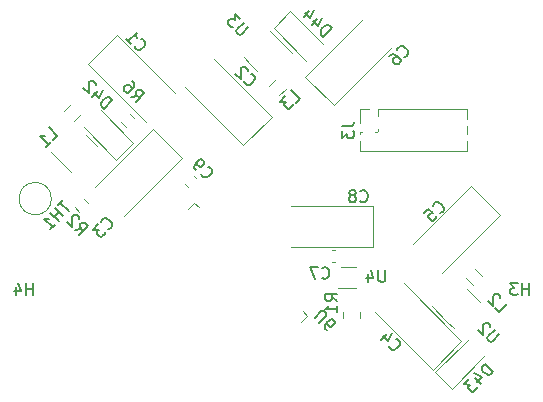
<source format=gbr>
%TF.GenerationSoftware,KiCad,Pcbnew,8.0.5*%
%TF.CreationDate,2025-04-26T14:00:33+02:00*%
%TF.ProjectId,vlvts,766c7674-732e-46b6-9963-61645f706362,rev?*%
%TF.SameCoordinates,Original*%
%TF.FileFunction,Legend,Bot*%
%TF.FilePolarity,Positive*%
%FSLAX46Y46*%
G04 Gerber Fmt 4.6, Leading zero omitted, Abs format (unit mm)*
G04 Created by KiCad (PCBNEW 8.0.5) date 2025-04-26 14:00:33*
%MOMM*%
%LPD*%
G01*
G04 APERTURE LIST*
%ADD10C,0.150000*%
%ADD11C,0.120000*%
G04 APERTURE END LIST*
D10*
X76639178Y-85847932D02*
X76639178Y-85915276D01*
X76639178Y-85915276D02*
X76706522Y-86049963D01*
X76706522Y-86049963D02*
X76773865Y-86117306D01*
X76773865Y-86117306D02*
X76908552Y-86184650D01*
X76908552Y-86184650D02*
X77043239Y-86184650D01*
X77043239Y-86184650D02*
X77144254Y-86150978D01*
X77144254Y-86150978D02*
X77312613Y-86049963D01*
X77312613Y-86049963D02*
X77413628Y-85948948D01*
X77413628Y-85948948D02*
X77514644Y-85780589D01*
X77514644Y-85780589D02*
X77548315Y-85679574D01*
X77548315Y-85679574D02*
X77548315Y-85544887D01*
X77548315Y-85544887D02*
X77480972Y-85410200D01*
X77480972Y-85410200D02*
X77413628Y-85342856D01*
X77413628Y-85342856D02*
X77278941Y-85275513D01*
X77278941Y-85275513D02*
X77211598Y-85275513D01*
X76942224Y-85006139D02*
X76942224Y-84938795D01*
X76942224Y-84938795D02*
X76908552Y-84837780D01*
X76908552Y-84837780D02*
X76740193Y-84669421D01*
X76740193Y-84669421D02*
X76639178Y-84635749D01*
X76639178Y-84635749D02*
X76571835Y-84635749D01*
X76571835Y-84635749D02*
X76470819Y-84669421D01*
X76470819Y-84669421D02*
X76403476Y-84736765D01*
X76403476Y-84736765D02*
X76336132Y-84871452D01*
X76336132Y-84871452D02*
X76336132Y-85679574D01*
X76336132Y-85679574D02*
X75898400Y-85241841D01*
X61273635Y-95955361D02*
X60869574Y-96359422D01*
X61778712Y-96864499D02*
X61071605Y-96157392D01*
X61340979Y-97302232D02*
X60633872Y-96595125D01*
X60970589Y-96931842D02*
X60566528Y-97335903D01*
X60936918Y-97706293D02*
X60229811Y-96999186D01*
X60229811Y-98413399D02*
X60633872Y-98009338D01*
X60431841Y-98211369D02*
X59724735Y-97504262D01*
X59724735Y-97504262D02*
X59893093Y-97537934D01*
X59893093Y-97537934D02*
X60027780Y-97537934D01*
X60027780Y-97537934D02*
X60128796Y-97504262D01*
X84934819Y-89676666D02*
X85649104Y-89676666D01*
X85649104Y-89676666D02*
X85791961Y-89629047D01*
X85791961Y-89629047D02*
X85887200Y-89533809D01*
X85887200Y-89533809D02*
X85934819Y-89390952D01*
X85934819Y-89390952D02*
X85934819Y-89295714D01*
X84934819Y-90057619D02*
X84934819Y-90676666D01*
X84934819Y-90676666D02*
X85315771Y-90343333D01*
X85315771Y-90343333D02*
X85315771Y-90486190D01*
X85315771Y-90486190D02*
X85363390Y-90581428D01*
X85363390Y-90581428D02*
X85411009Y-90629047D01*
X85411009Y-90629047D02*
X85506247Y-90676666D01*
X85506247Y-90676666D02*
X85744342Y-90676666D01*
X85744342Y-90676666D02*
X85839580Y-90629047D01*
X85839580Y-90629047D02*
X85887200Y-90581428D01*
X85887200Y-90581428D02*
X85934819Y-90486190D01*
X85934819Y-90486190D02*
X85934819Y-90200476D01*
X85934819Y-90200476D02*
X85887200Y-90105238D01*
X85887200Y-90105238D02*
X85839580Y-90057619D01*
X86487844Y-96006026D02*
X86535463Y-96053646D01*
X86535463Y-96053646D02*
X86678320Y-96101265D01*
X86678320Y-96101265D02*
X86773558Y-96101265D01*
X86773558Y-96101265D02*
X86916415Y-96053646D01*
X86916415Y-96053646D02*
X87011653Y-95958407D01*
X87011653Y-95958407D02*
X87059272Y-95863169D01*
X87059272Y-95863169D02*
X87106891Y-95672693D01*
X87106891Y-95672693D02*
X87106891Y-95529836D01*
X87106891Y-95529836D02*
X87059272Y-95339360D01*
X87059272Y-95339360D02*
X87011653Y-95244122D01*
X87011653Y-95244122D02*
X86916415Y-95148884D01*
X86916415Y-95148884D02*
X86773558Y-95101265D01*
X86773558Y-95101265D02*
X86678320Y-95101265D01*
X86678320Y-95101265D02*
X86535463Y-95148884D01*
X86535463Y-95148884D02*
X86487844Y-95196503D01*
X85916415Y-95529836D02*
X86011653Y-95482217D01*
X86011653Y-95482217D02*
X86059272Y-95434598D01*
X86059272Y-95434598D02*
X86106891Y-95339360D01*
X86106891Y-95339360D02*
X86106891Y-95291741D01*
X86106891Y-95291741D02*
X86059272Y-95196503D01*
X86059272Y-95196503D02*
X86011653Y-95148884D01*
X86011653Y-95148884D02*
X85916415Y-95101265D01*
X85916415Y-95101265D02*
X85725939Y-95101265D01*
X85725939Y-95101265D02*
X85630701Y-95148884D01*
X85630701Y-95148884D02*
X85583082Y-95196503D01*
X85583082Y-95196503D02*
X85535463Y-95291741D01*
X85535463Y-95291741D02*
X85535463Y-95339360D01*
X85535463Y-95339360D02*
X85583082Y-95434598D01*
X85583082Y-95434598D02*
X85630701Y-95482217D01*
X85630701Y-95482217D02*
X85725939Y-95529836D01*
X85725939Y-95529836D02*
X85916415Y-95529836D01*
X85916415Y-95529836D02*
X86011653Y-95577455D01*
X86011653Y-95577455D02*
X86059272Y-95625074D01*
X86059272Y-95625074D02*
X86106891Y-95720312D01*
X86106891Y-95720312D02*
X86106891Y-95910788D01*
X86106891Y-95910788D02*
X86059272Y-96006026D01*
X86059272Y-96006026D02*
X86011653Y-96053646D01*
X86011653Y-96053646D02*
X85916415Y-96101265D01*
X85916415Y-96101265D02*
X85725939Y-96101265D01*
X85725939Y-96101265D02*
X85630701Y-96053646D01*
X85630701Y-96053646D02*
X85583082Y-96006026D01*
X85583082Y-96006026D02*
X85535463Y-95910788D01*
X85535463Y-95910788D02*
X85535463Y-95720312D01*
X85535463Y-95720312D02*
X85583082Y-95625074D01*
X85583082Y-95625074D02*
X85630701Y-95577455D01*
X85630701Y-95577455D02*
X85725939Y-95529836D01*
X80998069Y-87680689D02*
X81334787Y-87343972D01*
X81334787Y-87343972D02*
X80627680Y-86636865D01*
X80122603Y-87141941D02*
X79684871Y-87579674D01*
X79684871Y-87579674D02*
X80189947Y-87613346D01*
X80189947Y-87613346D02*
X80088932Y-87714361D01*
X80088932Y-87714361D02*
X80055260Y-87815376D01*
X80055260Y-87815376D02*
X80055260Y-87882720D01*
X80055260Y-87882720D02*
X80088932Y-87983735D01*
X80088932Y-87983735D02*
X80257290Y-88152094D01*
X80257290Y-88152094D02*
X80358306Y-88185766D01*
X80358306Y-88185766D02*
X80425649Y-88185766D01*
X80425649Y-88185766D02*
X80526664Y-88152094D01*
X80526664Y-88152094D02*
X80728695Y-87950063D01*
X80728695Y-87950063D02*
X80762367Y-87849048D01*
X80762367Y-87849048D02*
X80762367Y-87781705D01*
X90193290Y-83782857D02*
X90260634Y-83782857D01*
X90260634Y-83782857D02*
X90395321Y-83715513D01*
X90395321Y-83715513D02*
X90462664Y-83648170D01*
X90462664Y-83648170D02*
X90530008Y-83513483D01*
X90530008Y-83513483D02*
X90530008Y-83378796D01*
X90530008Y-83378796D02*
X90496336Y-83277781D01*
X90496336Y-83277781D02*
X90395321Y-83109422D01*
X90395321Y-83109422D02*
X90294306Y-83008407D01*
X90294306Y-83008407D02*
X90125947Y-82907391D01*
X90125947Y-82907391D02*
X90024932Y-82873720D01*
X90024932Y-82873720D02*
X89890245Y-82873720D01*
X89890245Y-82873720D02*
X89755558Y-82941063D01*
X89755558Y-82941063D02*
X89688214Y-83008407D01*
X89688214Y-83008407D02*
X89620871Y-83143094D01*
X89620871Y-83143094D02*
X89620871Y-83210437D01*
X88947436Y-83749185D02*
X89082123Y-83614498D01*
X89082123Y-83614498D02*
X89183138Y-83580826D01*
X89183138Y-83580826D02*
X89250481Y-83580826D01*
X89250481Y-83580826D02*
X89418840Y-83614498D01*
X89418840Y-83614498D02*
X89587199Y-83715513D01*
X89587199Y-83715513D02*
X89856573Y-83984887D01*
X89856573Y-83984887D02*
X89890245Y-84085903D01*
X89890245Y-84085903D02*
X89890245Y-84153246D01*
X89890245Y-84153246D02*
X89856573Y-84254261D01*
X89856573Y-84254261D02*
X89721886Y-84388948D01*
X89721886Y-84388948D02*
X89620871Y-84422620D01*
X89620871Y-84422620D02*
X89553527Y-84422620D01*
X89553527Y-84422620D02*
X89452512Y-84388948D01*
X89452512Y-84388948D02*
X89284153Y-84220590D01*
X89284153Y-84220590D02*
X89250481Y-84119574D01*
X89250481Y-84119574D02*
X89250481Y-84052231D01*
X89250481Y-84052231D02*
X89284153Y-83951216D01*
X89284153Y-83951216D02*
X89418840Y-83816529D01*
X89418840Y-83816529D02*
X89519855Y-83782857D01*
X89519855Y-83782857D02*
X89587199Y-83782857D01*
X89587199Y-83782857D02*
X89688214Y-83816529D01*
X62296245Y-98439456D02*
X62868664Y-98338441D01*
X62700306Y-98843517D02*
X63407412Y-98136410D01*
X63407412Y-98136410D02*
X63138038Y-97867036D01*
X63138038Y-97867036D02*
X63037023Y-97833364D01*
X63037023Y-97833364D02*
X62969680Y-97833364D01*
X62969680Y-97833364D02*
X62868664Y-97867036D01*
X62868664Y-97867036D02*
X62767649Y-97968051D01*
X62767649Y-97968051D02*
X62733977Y-98069067D01*
X62733977Y-98069067D02*
X62733977Y-98136410D01*
X62733977Y-98136410D02*
X62767649Y-98237425D01*
X62767649Y-98237425D02*
X63037023Y-98506799D01*
X62666634Y-97530319D02*
X62666634Y-97462975D01*
X62666634Y-97462975D02*
X62632962Y-97361960D01*
X62632962Y-97361960D02*
X62464603Y-97193601D01*
X62464603Y-97193601D02*
X62363588Y-97159929D01*
X62363588Y-97159929D02*
X62296245Y-97159929D01*
X62296245Y-97159929D02*
X62195229Y-97193601D01*
X62195229Y-97193601D02*
X62127886Y-97260945D01*
X62127886Y-97260945D02*
X62060542Y-97395632D01*
X62060542Y-97395632D02*
X62060542Y-98203754D01*
X62060542Y-98203754D02*
X61622810Y-97766021D01*
X58761904Y-103954818D02*
X58761904Y-102954818D01*
X58761904Y-103431008D02*
X58190476Y-103431008D01*
X58190476Y-103954818D02*
X58190476Y-102954818D01*
X57285714Y-103288151D02*
X57285714Y-103954818D01*
X57523809Y-102907199D02*
X57761904Y-103621484D01*
X57761904Y-103621484D02*
X57142857Y-103621484D01*
X65122112Y-98386411D02*
X65189456Y-98386411D01*
X65189456Y-98386411D02*
X65324143Y-98319067D01*
X65324143Y-98319067D02*
X65391486Y-98251724D01*
X65391486Y-98251724D02*
X65458830Y-98117037D01*
X65458830Y-98117037D02*
X65458830Y-97982350D01*
X65458830Y-97982350D02*
X65425158Y-97881335D01*
X65425158Y-97881335D02*
X65324143Y-97712976D01*
X65324143Y-97712976D02*
X65223128Y-97611961D01*
X65223128Y-97611961D02*
X65054769Y-97510945D01*
X65054769Y-97510945D02*
X64953754Y-97477274D01*
X64953754Y-97477274D02*
X64819067Y-97477274D01*
X64819067Y-97477274D02*
X64684380Y-97544617D01*
X64684380Y-97544617D02*
X64617036Y-97611961D01*
X64617036Y-97611961D02*
X64549693Y-97746648D01*
X64549693Y-97746648D02*
X64549693Y-97813991D01*
X64246647Y-97982350D02*
X63808914Y-98420083D01*
X63808914Y-98420083D02*
X64313990Y-98453754D01*
X64313990Y-98453754D02*
X64212975Y-98554770D01*
X64212975Y-98554770D02*
X64179303Y-98655785D01*
X64179303Y-98655785D02*
X64179303Y-98723128D01*
X64179303Y-98723128D02*
X64212975Y-98824144D01*
X64212975Y-98824144D02*
X64381334Y-98992502D01*
X64381334Y-98992502D02*
X64482349Y-99026174D01*
X64482349Y-99026174D02*
X64549693Y-99026174D01*
X64549693Y-99026174D02*
X64650708Y-98992502D01*
X64650708Y-98992502D02*
X64852738Y-98790472D01*
X64852738Y-98790472D02*
X64886410Y-98689457D01*
X64886410Y-98689457D02*
X64886410Y-98622113D01*
X67046245Y-87189456D02*
X67618664Y-87088441D01*
X67450306Y-87593517D02*
X68157412Y-86886410D01*
X68157412Y-86886410D02*
X67888038Y-86617036D01*
X67888038Y-86617036D02*
X67787023Y-86583364D01*
X67787023Y-86583364D02*
X67719680Y-86583364D01*
X67719680Y-86583364D02*
X67618664Y-86617036D01*
X67618664Y-86617036D02*
X67517649Y-86718051D01*
X67517649Y-86718051D02*
X67483977Y-86819067D01*
X67483977Y-86819067D02*
X67483977Y-86886410D01*
X67483977Y-86886410D02*
X67517649Y-86987425D01*
X67517649Y-86987425D02*
X67787023Y-87256799D01*
X67147260Y-85876258D02*
X67281947Y-86010945D01*
X67281947Y-86010945D02*
X67315619Y-86111960D01*
X67315619Y-86111960D02*
X67315619Y-86179303D01*
X67315619Y-86179303D02*
X67281947Y-86347662D01*
X67281947Y-86347662D02*
X67180932Y-86516021D01*
X67180932Y-86516021D02*
X66911558Y-86785395D01*
X66911558Y-86785395D02*
X66810542Y-86819067D01*
X66810542Y-86819067D02*
X66743199Y-86819067D01*
X66743199Y-86819067D02*
X66642184Y-86785395D01*
X66642184Y-86785395D02*
X66507497Y-86650708D01*
X66507497Y-86650708D02*
X66473825Y-86549693D01*
X66473825Y-86549693D02*
X66473825Y-86482349D01*
X66473825Y-86482349D02*
X66507497Y-86381334D01*
X66507497Y-86381334D02*
X66675855Y-86212975D01*
X66675855Y-86212975D02*
X66776871Y-86179303D01*
X66776871Y-86179303D02*
X66844214Y-86179303D01*
X66844214Y-86179303D02*
X66945229Y-86212975D01*
X66945229Y-86212975D02*
X67079916Y-86347662D01*
X67079916Y-86347662D02*
X67113588Y-86448677D01*
X67113588Y-86448677D02*
X67113588Y-86516021D01*
X67113588Y-86516021D02*
X67079916Y-86617036D01*
X82604057Y-105906007D02*
X83176477Y-105333587D01*
X83176477Y-105333587D02*
X83277492Y-105299915D01*
X83277492Y-105299915D02*
X83344836Y-105299915D01*
X83344836Y-105299915D02*
X83445851Y-105333587D01*
X83445851Y-105333587D02*
X83580538Y-105468274D01*
X83580538Y-105468274D02*
X83614210Y-105569289D01*
X83614210Y-105569289D02*
X83614210Y-105636633D01*
X83614210Y-105636633D02*
X83580538Y-105737648D01*
X83580538Y-105737648D02*
X83008118Y-106310068D01*
X83647882Y-106949831D02*
X83513195Y-106815144D01*
X83513195Y-106815144D02*
X83479523Y-106714129D01*
X83479523Y-106714129D02*
X83479523Y-106646785D01*
X83479523Y-106646785D02*
X83513195Y-106478426D01*
X83513195Y-106478426D02*
X83614210Y-106310068D01*
X83614210Y-106310068D02*
X83883584Y-106040694D01*
X83883584Y-106040694D02*
X83984599Y-106007022D01*
X83984599Y-106007022D02*
X84051943Y-106007022D01*
X84051943Y-106007022D02*
X84152958Y-106040694D01*
X84152958Y-106040694D02*
X84287645Y-106175381D01*
X84287645Y-106175381D02*
X84321317Y-106276396D01*
X84321317Y-106276396D02*
X84321317Y-106343739D01*
X84321317Y-106343739D02*
X84287645Y-106444755D01*
X84287645Y-106444755D02*
X84119286Y-106613113D01*
X84119286Y-106613113D02*
X84018271Y-106646785D01*
X84018271Y-106646785D02*
X83950927Y-106646785D01*
X83950927Y-106646785D02*
X83849912Y-106613113D01*
X83849912Y-106613113D02*
X83715225Y-106478426D01*
X83715225Y-106478426D02*
X83681553Y-106377411D01*
X83681553Y-106377411D02*
X83681553Y-106310068D01*
X83681553Y-106310068D02*
X83715225Y-106209052D01*
X98245428Y-107299692D02*
X97673008Y-107872112D01*
X97673008Y-107872112D02*
X97571993Y-107905784D01*
X97571993Y-107905784D02*
X97504649Y-107905784D01*
X97504649Y-107905784D02*
X97403634Y-107872112D01*
X97403634Y-107872112D02*
X97268947Y-107737425D01*
X97268947Y-107737425D02*
X97235275Y-107636410D01*
X97235275Y-107636410D02*
X97235275Y-107569066D01*
X97235275Y-107569066D02*
X97268947Y-107468051D01*
X97268947Y-107468051D02*
X97841367Y-106895631D01*
X97470977Y-106659929D02*
X97470977Y-106592586D01*
X97470977Y-106592586D02*
X97437306Y-106491570D01*
X97437306Y-106491570D02*
X97268947Y-106323212D01*
X97268947Y-106323212D02*
X97167932Y-106289540D01*
X97167932Y-106289540D02*
X97100588Y-106289540D01*
X97100588Y-106289540D02*
X96999573Y-106323212D01*
X96999573Y-106323212D02*
X96932229Y-106390555D01*
X96932229Y-106390555D02*
X96864886Y-106525242D01*
X96864886Y-106525242D02*
X96864886Y-107333364D01*
X96864886Y-107333364D02*
X96427153Y-106895631D01*
X64787024Y-88180235D02*
X65494130Y-87473128D01*
X65494130Y-87473128D02*
X65325772Y-87304769D01*
X65325772Y-87304769D02*
X65191085Y-87237426D01*
X65191085Y-87237426D02*
X65056398Y-87237426D01*
X65056398Y-87237426D02*
X64955382Y-87271098D01*
X64955382Y-87271098D02*
X64787024Y-87372113D01*
X64787024Y-87372113D02*
X64686008Y-87473128D01*
X64686008Y-87473128D02*
X64584993Y-87641487D01*
X64584993Y-87641487D02*
X64551321Y-87742502D01*
X64551321Y-87742502D02*
X64551321Y-87877189D01*
X64551321Y-87877189D02*
X64618665Y-88011876D01*
X64618665Y-88011876D02*
X64787024Y-88180235D01*
X64248276Y-86698678D02*
X63776871Y-87170082D01*
X64686008Y-86597663D02*
X64349291Y-87271098D01*
X64349291Y-87271098D02*
X63911558Y-86833365D01*
X64079917Y-86193601D02*
X64079917Y-86126258D01*
X64079917Y-86126258D02*
X64046245Y-86025243D01*
X64046245Y-86025243D02*
X63877886Y-85856884D01*
X63877886Y-85856884D02*
X63776871Y-85823212D01*
X63776871Y-85823212D02*
X63709527Y-85823212D01*
X63709527Y-85823212D02*
X63608512Y-85856884D01*
X63608512Y-85856884D02*
X63541169Y-85924227D01*
X63541169Y-85924227D02*
X63473825Y-86058914D01*
X63473825Y-86058914D02*
X63473825Y-86867036D01*
X63473825Y-86867036D02*
X63036092Y-86429304D01*
X83358202Y-82076681D02*
X84065308Y-81369574D01*
X84065308Y-81369574D02*
X83896950Y-81201215D01*
X83896950Y-81201215D02*
X83762263Y-81133872D01*
X83762263Y-81133872D02*
X83627576Y-81133872D01*
X83627576Y-81133872D02*
X83526560Y-81167544D01*
X83526560Y-81167544D02*
X83358202Y-81268559D01*
X83358202Y-81268559D02*
X83257186Y-81369574D01*
X83257186Y-81369574D02*
X83156171Y-81537933D01*
X83156171Y-81537933D02*
X83122499Y-81638948D01*
X83122499Y-81638948D02*
X83122499Y-81773635D01*
X83122499Y-81773635D02*
X83189843Y-81908322D01*
X83189843Y-81908322D02*
X83358202Y-82076681D01*
X82819454Y-80595124D02*
X82348049Y-81066528D01*
X83257186Y-80494109D02*
X82920469Y-81167544D01*
X82920469Y-81167544D02*
X82482736Y-80729811D01*
X82146018Y-79921689D02*
X81674614Y-80393093D01*
X82583751Y-79820673D02*
X82247034Y-80494108D01*
X82247034Y-80494108D02*
X81809301Y-80056376D01*
X73009800Y-93673391D02*
X73009800Y-93740735D01*
X73009800Y-93740735D02*
X73077144Y-93875422D01*
X73077144Y-93875422D02*
X73144487Y-93942765D01*
X73144487Y-93942765D02*
X73279174Y-94010109D01*
X73279174Y-94010109D02*
X73413861Y-94010109D01*
X73413861Y-94010109D02*
X73514876Y-93976437D01*
X73514876Y-93976437D02*
X73683235Y-93875422D01*
X73683235Y-93875422D02*
X73784250Y-93774407D01*
X73784250Y-93774407D02*
X73885266Y-93606048D01*
X73885266Y-93606048D02*
X73918937Y-93505033D01*
X73918937Y-93505033D02*
X73918937Y-93370346D01*
X73918937Y-93370346D02*
X73851594Y-93235659D01*
X73851594Y-93235659D02*
X73784250Y-93168315D01*
X73784250Y-93168315D02*
X73649563Y-93100972D01*
X73649563Y-93100972D02*
X73582220Y-93100972D01*
X72605739Y-93404017D02*
X72471052Y-93269330D01*
X72471052Y-93269330D02*
X72437380Y-93168315D01*
X72437380Y-93168315D02*
X72437380Y-93100972D01*
X72437380Y-93100972D02*
X72471052Y-92932613D01*
X72471052Y-92932613D02*
X72572067Y-92764254D01*
X72572067Y-92764254D02*
X72841441Y-92494880D01*
X72841441Y-92494880D02*
X72942457Y-92461208D01*
X72942457Y-92461208D02*
X73009800Y-92461208D01*
X73009800Y-92461208D02*
X73110815Y-92494880D01*
X73110815Y-92494880D02*
X73245502Y-92629567D01*
X73245502Y-92629567D02*
X73279174Y-92730582D01*
X73279174Y-92730582D02*
X73279174Y-92797926D01*
X73279174Y-92797926D02*
X73245502Y-92898941D01*
X73245502Y-92898941D02*
X73077144Y-93067300D01*
X73077144Y-93067300D02*
X72976128Y-93100972D01*
X72976128Y-93100972D02*
X72908785Y-93100972D01*
X72908785Y-93100972D02*
X72807770Y-93067300D01*
X72807770Y-93067300D02*
X72673083Y-92932613D01*
X72673083Y-92932613D02*
X72639411Y-92831598D01*
X72639411Y-92831598D02*
X72639411Y-92764254D01*
X72639411Y-92764254D02*
X72673083Y-92663239D01*
X97711570Y-110482310D02*
X97004463Y-109775204D01*
X97004463Y-109775204D02*
X96836104Y-109943562D01*
X96836104Y-109943562D02*
X96768761Y-110078249D01*
X96768761Y-110078249D02*
X96768761Y-110212936D01*
X96768761Y-110212936D02*
X96802433Y-110313952D01*
X96802433Y-110313952D02*
X96903448Y-110482310D01*
X96903448Y-110482310D02*
X97004463Y-110583326D01*
X97004463Y-110583326D02*
X97172822Y-110684341D01*
X97172822Y-110684341D02*
X97273837Y-110718013D01*
X97273837Y-110718013D02*
X97408524Y-110718013D01*
X97408524Y-110718013D02*
X97543211Y-110650669D01*
X97543211Y-110650669D02*
X97711570Y-110482310D01*
X96230013Y-111021058D02*
X96701417Y-111492463D01*
X96128998Y-110583326D02*
X96802433Y-110920043D01*
X96802433Y-110920043D02*
X96364700Y-111357776D01*
X95691265Y-111088402D02*
X95253532Y-111526135D01*
X95253532Y-111526135D02*
X95758608Y-111559807D01*
X95758608Y-111559807D02*
X95657593Y-111660822D01*
X95657593Y-111660822D02*
X95623921Y-111761837D01*
X95623921Y-111761837D02*
X95623921Y-111829181D01*
X95623921Y-111829181D02*
X95657593Y-111930196D01*
X95657593Y-111930196D02*
X95825952Y-112098555D01*
X95825952Y-112098555D02*
X95926967Y-112132226D01*
X95926967Y-112132226D02*
X95994310Y-112132226D01*
X95994310Y-112132226D02*
X96095326Y-112098555D01*
X96095326Y-112098555D02*
X96297356Y-111896524D01*
X96297356Y-111896524D02*
X96331028Y-111795509D01*
X96331028Y-111795509D02*
X96331028Y-111728165D01*
X83237844Y-102506026D02*
X83285463Y-102553646D01*
X83285463Y-102553646D02*
X83428320Y-102601265D01*
X83428320Y-102601265D02*
X83523558Y-102601265D01*
X83523558Y-102601265D02*
X83666415Y-102553646D01*
X83666415Y-102553646D02*
X83761653Y-102458407D01*
X83761653Y-102458407D02*
X83809272Y-102363169D01*
X83809272Y-102363169D02*
X83856891Y-102172693D01*
X83856891Y-102172693D02*
X83856891Y-102029836D01*
X83856891Y-102029836D02*
X83809272Y-101839360D01*
X83809272Y-101839360D02*
X83761653Y-101744122D01*
X83761653Y-101744122D02*
X83666415Y-101648884D01*
X83666415Y-101648884D02*
X83523558Y-101601265D01*
X83523558Y-101601265D02*
X83428320Y-101601265D01*
X83428320Y-101601265D02*
X83285463Y-101648884D01*
X83285463Y-101648884D02*
X83237844Y-101696503D01*
X82904510Y-101601265D02*
X82237844Y-101601265D01*
X82237844Y-101601265D02*
X82666415Y-102601265D01*
X100761904Y-103954819D02*
X100761904Y-102954819D01*
X100761904Y-103431009D02*
X100190476Y-103431009D01*
X100190476Y-103954819D02*
X100190476Y-102954819D01*
X99809523Y-102954819D02*
X99190476Y-102954819D01*
X99190476Y-102954819D02*
X99523809Y-103335771D01*
X99523809Y-103335771D02*
X99380952Y-103335771D01*
X99380952Y-103335771D02*
X99285714Y-103383390D01*
X99285714Y-103383390D02*
X99238095Y-103431009D01*
X99238095Y-103431009D02*
X99190476Y-103526247D01*
X99190476Y-103526247D02*
X99190476Y-103764342D01*
X99190476Y-103764342D02*
X99238095Y-103859580D01*
X99238095Y-103859580D02*
X99285714Y-103907200D01*
X99285714Y-103907200D02*
X99380952Y-103954819D01*
X99380952Y-103954819D02*
X99666666Y-103954819D01*
X99666666Y-103954819D02*
X99761904Y-103907200D01*
X99761904Y-103907200D02*
X99809523Y-103859580D01*
X60457512Y-90797078D02*
X60794230Y-90460361D01*
X60794230Y-90460361D02*
X60087123Y-89753254D01*
X59851420Y-91403170D02*
X60255481Y-90999109D01*
X60053451Y-91201139D02*
X59346344Y-90494033D01*
X59346344Y-90494033D02*
X59514703Y-90527704D01*
X59514703Y-90527704D02*
X59649390Y-90527704D01*
X59649390Y-90527704D02*
X59750405Y-90494033D01*
X93193290Y-97032857D02*
X93260634Y-97032857D01*
X93260634Y-97032857D02*
X93395321Y-96965513D01*
X93395321Y-96965513D02*
X93462664Y-96898170D01*
X93462664Y-96898170D02*
X93530008Y-96763483D01*
X93530008Y-96763483D02*
X93530008Y-96628796D01*
X93530008Y-96628796D02*
X93496336Y-96527781D01*
X93496336Y-96527781D02*
X93395321Y-96359422D01*
X93395321Y-96359422D02*
X93294306Y-96258407D01*
X93294306Y-96258407D02*
X93125947Y-96157391D01*
X93125947Y-96157391D02*
X93024932Y-96123720D01*
X93024932Y-96123720D02*
X92890245Y-96123720D01*
X92890245Y-96123720D02*
X92755558Y-96191063D01*
X92755558Y-96191063D02*
X92688214Y-96258407D01*
X92688214Y-96258407D02*
X92620871Y-96393094D01*
X92620871Y-96393094D02*
X92620871Y-96460437D01*
X91913764Y-97032857D02*
X92250481Y-96696139D01*
X92250481Y-96696139D02*
X92620871Y-96999185D01*
X92620871Y-96999185D02*
X92553527Y-96999185D01*
X92553527Y-96999185D02*
X92452512Y-97032857D01*
X92452512Y-97032857D02*
X92284153Y-97201216D01*
X92284153Y-97201216D02*
X92250481Y-97302231D01*
X92250481Y-97302231D02*
X92250481Y-97369574D01*
X92250481Y-97369574D02*
X92284153Y-97470590D01*
X92284153Y-97470590D02*
X92452512Y-97638948D01*
X92452512Y-97638948D02*
X92553527Y-97672620D01*
X92553527Y-97672620D02*
X92620871Y-97672620D01*
X92620871Y-97672620D02*
X92721886Y-97638948D01*
X92721886Y-97638948D02*
X92890245Y-97470590D01*
X92890245Y-97470590D02*
X92923916Y-97369574D01*
X92923916Y-97369574D02*
X92923916Y-97302231D01*
X88934766Y-108268559D02*
X88934766Y-108335903D01*
X88934766Y-108335903D02*
X89002110Y-108470590D01*
X89002110Y-108470590D02*
X89069453Y-108537933D01*
X89069453Y-108537933D02*
X89204140Y-108605277D01*
X89204140Y-108605277D02*
X89338827Y-108605277D01*
X89338827Y-108605277D02*
X89439842Y-108571605D01*
X89439842Y-108571605D02*
X89608201Y-108470590D01*
X89608201Y-108470590D02*
X89709216Y-108369575D01*
X89709216Y-108369575D02*
X89810232Y-108201216D01*
X89810232Y-108201216D02*
X89843903Y-108100201D01*
X89843903Y-108100201D02*
X89843903Y-107965514D01*
X89843903Y-107965514D02*
X89776560Y-107830827D01*
X89776560Y-107830827D02*
X89709216Y-107763483D01*
X89709216Y-107763483D02*
X89574529Y-107696140D01*
X89574529Y-107696140D02*
X89507186Y-107696140D01*
X88732736Y-107258407D02*
X88261331Y-107729811D01*
X89170468Y-107157392D02*
X88833751Y-107830827D01*
X88833751Y-107830827D02*
X88396018Y-107393094D01*
X88583082Y-101851265D02*
X88583082Y-102660788D01*
X88583082Y-102660788D02*
X88535463Y-102756026D01*
X88535463Y-102756026D02*
X88487844Y-102803646D01*
X88487844Y-102803646D02*
X88392606Y-102851265D01*
X88392606Y-102851265D02*
X88202130Y-102851265D01*
X88202130Y-102851265D02*
X88106892Y-102803646D01*
X88106892Y-102803646D02*
X88059273Y-102756026D01*
X88059273Y-102756026D02*
X88011654Y-102660788D01*
X88011654Y-102660788D02*
X88011654Y-101851265D01*
X87106892Y-102184598D02*
X87106892Y-102851265D01*
X87344987Y-101803646D02*
X87583082Y-102517931D01*
X87583082Y-102517931D02*
X86964035Y-102517931D01*
X84525997Y-104479779D02*
X84049806Y-104146446D01*
X84525997Y-103908351D02*
X83525997Y-103908351D01*
X83525997Y-103908351D02*
X83525997Y-104289303D01*
X83525997Y-104289303D02*
X83573616Y-104384541D01*
X83573616Y-104384541D02*
X83621235Y-104432160D01*
X83621235Y-104432160D02*
X83716473Y-104479779D01*
X83716473Y-104479779D02*
X83859330Y-104479779D01*
X83859330Y-104479779D02*
X83954568Y-104432160D01*
X83954568Y-104432160D02*
X84002187Y-104384541D01*
X84002187Y-104384541D02*
X84049806Y-104289303D01*
X84049806Y-104289303D02*
X84049806Y-103908351D01*
X84525997Y-105432160D02*
X84525997Y-104860732D01*
X84525997Y-105146446D02*
X83525997Y-105146446D01*
X83525997Y-105146446D02*
X83668854Y-105051208D01*
X83668854Y-105051208D02*
X83764092Y-104955970D01*
X83764092Y-104955970D02*
X83811711Y-104860732D01*
X76995427Y-81299692D02*
X76423007Y-81872112D01*
X76423007Y-81872112D02*
X76321992Y-81905784D01*
X76321992Y-81905784D02*
X76254648Y-81905784D01*
X76254648Y-81905784D02*
X76153633Y-81872112D01*
X76153633Y-81872112D02*
X76018946Y-81737425D01*
X76018946Y-81737425D02*
X75985274Y-81636410D01*
X75985274Y-81636410D02*
X75985274Y-81569066D01*
X75985274Y-81569066D02*
X76018946Y-81468051D01*
X76018946Y-81468051D02*
X76591366Y-80895631D01*
X76321992Y-80626257D02*
X75884259Y-80188525D01*
X75884259Y-80188525D02*
X75850587Y-80693601D01*
X75850587Y-80693601D02*
X75749572Y-80592586D01*
X75749572Y-80592586D02*
X75648557Y-80558914D01*
X75648557Y-80558914D02*
X75581213Y-80558914D01*
X75581213Y-80558914D02*
X75480198Y-80592586D01*
X75480198Y-80592586D02*
X75311839Y-80760944D01*
X75311839Y-80760944D02*
X75278167Y-80861960D01*
X75278167Y-80861960D02*
X75278167Y-80929303D01*
X75278167Y-80929303D02*
X75311839Y-81030318D01*
X75311839Y-81030318D02*
X75513870Y-81232349D01*
X75513870Y-81232349D02*
X75614885Y-81266021D01*
X75614885Y-81266021D02*
X75682228Y-81266021D01*
X67363588Y-82872112D02*
X67363588Y-82939456D01*
X67363588Y-82939456D02*
X67430932Y-83074143D01*
X67430932Y-83074143D02*
X67498275Y-83141486D01*
X67498275Y-83141486D02*
X67632962Y-83208830D01*
X67632962Y-83208830D02*
X67767649Y-83208830D01*
X67767649Y-83208830D02*
X67868664Y-83175158D01*
X67868664Y-83175158D02*
X68037023Y-83074143D01*
X68037023Y-83074143D02*
X68138038Y-82973128D01*
X68138038Y-82973128D02*
X68239054Y-82804769D01*
X68239054Y-82804769D02*
X68272725Y-82703754D01*
X68272725Y-82703754D02*
X68272725Y-82569067D01*
X68272725Y-82569067D02*
X68205382Y-82434380D01*
X68205382Y-82434380D02*
X68138038Y-82367036D01*
X68138038Y-82367036D02*
X68003351Y-82299693D01*
X68003351Y-82299693D02*
X67936008Y-82299693D01*
X66622810Y-82266021D02*
X67026871Y-82670082D01*
X66824840Y-82468051D02*
X67531947Y-81760945D01*
X67531947Y-81760945D02*
X67498275Y-81929303D01*
X67498275Y-81929303D02*
X67498275Y-82063990D01*
X67498275Y-82063990D02*
X67531947Y-82165006D01*
X97867423Y-105085903D02*
X98204140Y-105422621D01*
X98204140Y-105422621D02*
X98911247Y-104715514D01*
X98305155Y-104244109D02*
X98305155Y-104176766D01*
X98305155Y-104176766D02*
X98271484Y-104075750D01*
X98271484Y-104075750D02*
X98103125Y-103907392D01*
X98103125Y-103907392D02*
X98002110Y-103873720D01*
X98002110Y-103873720D02*
X97934766Y-103873720D01*
X97934766Y-103873720D02*
X97833751Y-103907392D01*
X97833751Y-103907392D02*
X97766407Y-103974735D01*
X97766407Y-103974735D02*
X97699064Y-104109422D01*
X97699064Y-104109422D02*
X97699064Y-104917544D01*
X97699064Y-104917544D02*
X97261331Y-104479811D01*
D11*
%TO.C,C2*%
X74060300Y-83948469D02*
X78964086Y-88852255D01*
X76545781Y-91270560D02*
X71641995Y-86366774D01*
X78964086Y-88852255D02*
X76545781Y-91270560D01*
%TO.C,U1*%
X61510339Y-93067732D02*
X61969959Y-93527351D01*
X63716513Y-90861558D02*
X63256893Y-90401939D01*
X63716513Y-90861558D02*
X64176132Y-91321178D01*
X61510339Y-93067732D02*
X60325936Y-91883328D01*
%TO.C,TH1*%
X59922685Y-94827315D02*
X59972183Y-94777817D01*
X60323949Y-95796051D02*
G75*
G02*
X57583949Y-95796051I-1370000J0D01*
G01*
X57583949Y-95796051D02*
G75*
G02*
X60323949Y-95796051I1370000J0D01*
G01*
%TO.C,J3*%
X86480000Y-90952530D02*
X86480000Y-91775000D01*
X87881529Y-90135000D02*
X87738471Y-90135000D01*
X87935000Y-88245000D02*
X87935000Y-88811529D01*
X95490000Y-88245000D02*
X95490000Y-89067470D01*
X86480000Y-91775000D02*
X95490000Y-91775000D01*
X86480000Y-90135000D02*
X86480000Y-90337470D01*
X86611529Y-90135000D02*
X86480000Y-90135000D01*
X95490000Y-89682530D02*
X95490000Y-90337470D01*
X95490000Y-90952530D02*
X95490000Y-91775000D01*
X87935000Y-89938471D02*
X87935000Y-90081529D01*
X86415000Y-88245000D02*
X86415000Y-89375000D01*
X87175000Y-88245000D02*
X86415000Y-88245000D01*
X87935000Y-88245000D02*
X95490000Y-88245000D01*
%TO.C,C8*%
X87556178Y-96436446D02*
X87556178Y-99856446D01*
X80621178Y-96436446D02*
X87556178Y-96436446D01*
X87556178Y-99856446D02*
X80621178Y-99856446D01*
%TO.C,L3*%
X79568492Y-87066984D02*
X80148662Y-86486814D01*
X78776532Y-86275024D02*
X79356702Y-85694854D01*
%TO.C,C6*%
X81829560Y-85469759D02*
X86733346Y-80565973D01*
X89151651Y-82984278D02*
X84247865Y-87888064D01*
X84247865Y-87888064D02*
X81829560Y-85469759D01*
%TO.C,R2*%
X62305185Y-96544111D02*
X62665419Y-96904345D01*
X63044111Y-95805185D02*
X63404345Y-96165419D01*
%TO.C,C3*%
X71356613Y-92348901D02*
X66452827Y-97252687D01*
X68938308Y-89930596D02*
X71356613Y-92348901D01*
X64034522Y-94834382D02*
X68938308Y-89930596D01*
%TO.C,R6*%
X66986012Y-88607053D02*
X67346246Y-88967287D01*
X66247086Y-89345979D02*
X66607320Y-89706213D01*
%TO.C,U6*%
X72426730Y-96159759D02*
X72780284Y-96513313D01*
X81972672Y-105705701D02*
X81442342Y-106236031D01*
X81972672Y-105705701D02*
X81619118Y-105352147D01*
X72426730Y-96159759D02*
X71896400Y-96690089D01*
%TO.C,U2*%
X93839122Y-106204127D02*
X92566330Y-104931334D01*
X96045296Y-103997953D02*
X96610981Y-104563639D01*
X93839122Y-106204127D02*
X94404808Y-106769812D01*
X96045296Y-103997953D02*
X95479610Y-103432268D01*
%TO.C,D42*%
X67244975Y-91080760D02*
X65830761Y-92494974D01*
X65830761Y-92494974D02*
X63073045Y-89737258D01*
X67244975Y-91080760D02*
X64487259Y-88323044D01*
%TO.C,D44*%
X79140158Y-81366115D02*
X81897874Y-84123831D01*
X80554372Y-79951901D02*
X83312088Y-82709617D01*
X79140158Y-81366115D02*
X80554372Y-79951901D01*
%TO.C,C9*%
X72599100Y-94055244D02*
X72392247Y-93848391D01*
X71877851Y-94776493D02*
X71670998Y-94569640D01*
%TO.C,D43*%
X94233238Y-111903218D02*
X96990954Y-109145502D01*
X92819024Y-110489004D02*
X95576740Y-107731288D01*
X94233238Y-111903218D02*
X92819024Y-110489004D01*
%TO.C,C7*%
X84354945Y-100136446D02*
X84062411Y-100136446D01*
X84354945Y-101156446D02*
X84062411Y-101156446D01*
%TO.C,L1*%
X62804516Y-88605717D02*
X62224346Y-89185887D01*
X62012556Y-87813757D02*
X61432386Y-88393927D01*
%TO.C,C5*%
X95852255Y-94761018D02*
X98270560Y-97179323D01*
X90948469Y-99664804D02*
X95852255Y-94761018D01*
X98270560Y-97179323D02*
X93366774Y-102083109D01*
%TO.C,C4*%
X92626435Y-110294738D02*
X87722649Y-105390952D01*
X95044740Y-107876433D02*
X92626435Y-110294738D01*
X90140954Y-102972647D02*
X95044740Y-107876433D01*
%TO.C,U4*%
X86128678Y-101608445D02*
X84828678Y-101608445D01*
X84578678Y-103408445D02*
X86128678Y-103408445D01*
%TO.C,R1*%
X86475677Y-105419382D02*
X86475677Y-105873510D01*
X85005677Y-105419382D02*
X85005677Y-105873510D01*
%TO.C,U3*%
X77178643Y-84416574D02*
X76612958Y-83850888D01*
X79384817Y-82210400D02*
X80657609Y-83483193D01*
X79384817Y-82210400D02*
X78819131Y-81644715D01*
X77178643Y-84416574D02*
X77744329Y-84982259D01*
%TO.C,C1*%
X65873565Y-81955260D02*
X70777351Y-86859046D01*
X68359046Y-89277351D02*
X63455260Y-84373565D01*
X63455260Y-84373565D02*
X65873565Y-81955260D01*
%TO.C,L2*%
X95431355Y-102543970D02*
X96011525Y-103124140D01*
X96223315Y-101752010D02*
X96803485Y-102332180D01*
%TD*%
M02*

</source>
